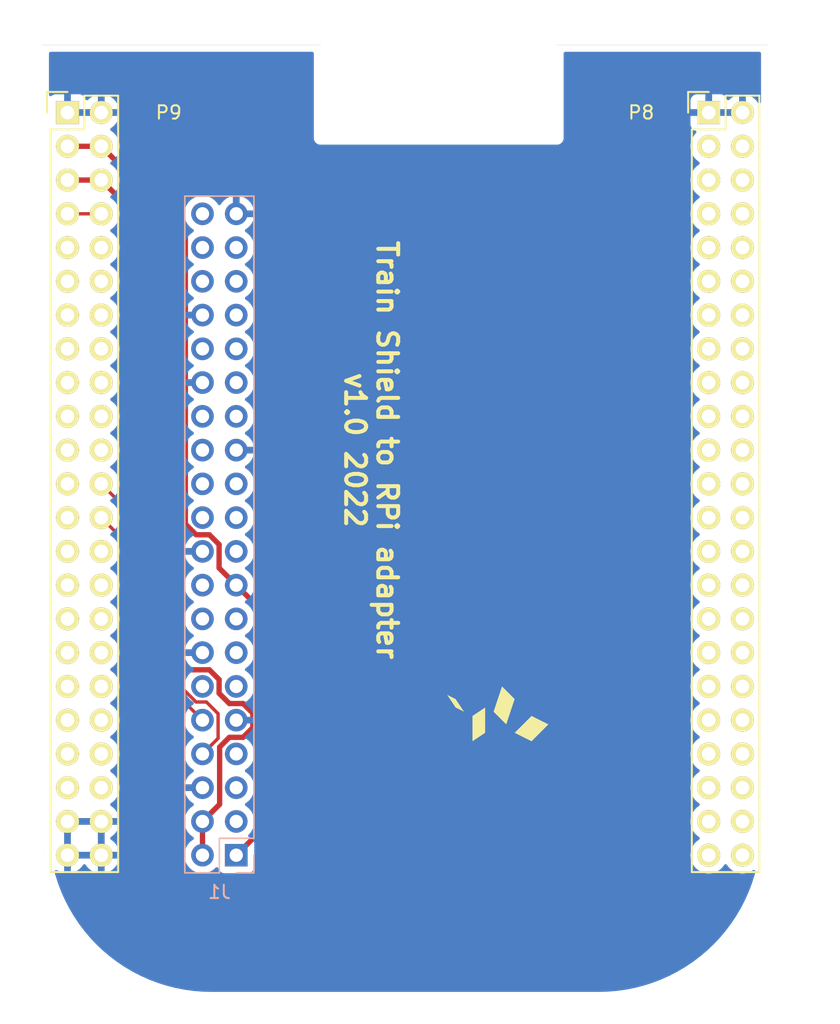
<source format=kicad_pcb>
(kicad_pcb (version 20211014) (generator pcbnew)
  (layers (0 "F.Cu" signal) (31 "B.Cu" signal) (34 "B.Paste" user) (35 "F.Paste" user) (36 "B.SilkS" user "B.Silkscreen") (37 "F.SilkS" user "F.Silkscreen") (38 "B.Mask" user) (39 "F.Mask" user) (44 "Edge.Cuts" user))
  (net 0 "")
  (net 73 "GNDD")
  (net 74 "+3V3")
  (net 75 "+5V")
  (net 76 "SYS_5V")
  (net 77 "PWR_BUT")
  (net 78 "SYS_RESETN")
  (net 79 "VDD_ADC")
  (net 80 "GNDA_ADC")
  (net 107 "/BB_UART1_TX")
  (net 108 "/BB_UART1_RX")
  (footprint "Socket_BeagleBone_Black:Socket_BeagleBone_Black" (layer "F.Cu") (at 164.6301 62.3824)
    (fp_text reference "P8" (at -5.08 0) (layer "F.SilkS"))
    (fp_text value "BeagleBone_Black_Header")
    (fp_line (start 0 -1.55) (end -1.55 -1.55) (layer "F.SilkS") (width 0.15))
    (fp_line (start 3.81 -1.27) (end 1.27 -1.27) (layer "F.SilkS") (width 0.15))
    (fp_line (start 1.27 1.27) (end -1.27 1.27) (layer "F.SilkS") (width 0.15))
    (fp_line (start -1.55 -1.55) (end -1.55 0) (layer "F.SilkS") (width 0.15))
    (fp_line (start 1.27 -1.27) (end 1.27 1.27) (layer "F.SilkS") (width 0.15))
    (fp_line (start 3.81 57.15) (end 3.81 -1.27) (layer "F.SilkS") (width 0.15))
    (fp_line (start 3.81 57.15) (end -1.27 57.15) (layer "F.SilkS") (width 0.15))
    (fp_line (start -1.27 57.15) (end -1.27 1.27) (layer "F.SilkS") (width 0.15))
    (pad "1" thru_hole rect locked (at 0 0) (size 1.7272 1.7272) (drill 1.016) (layers *.Cu *.Mask "F.SilkS") (net 73 "GNDD"))
    (pad "2" thru_hole oval locked (at 2.54 0) (size 1.7272 1.7272) (drill 1.016) (layers *.Cu *.Mask "F.SilkS") (net 73 "GNDD"))
    (pad "3" thru_hole oval locked (at 0 2.54) (size 1.7272 1.7272) (drill 1.016) (layers *.Cu *.Mask "F.SilkS"))
    (pad "4" thru_hole oval locked (at 2.54 2.54) (size 1.7272 1.7272) (drill 1.016) (layers *.Cu *.Mask "F.SilkS"))
    (pad "5" thru_hole oval locked (at 0 5.08) (size 1.7272 1.7272) (drill 1.016) (layers *.Cu *.Mask "F.SilkS"))
    (pad "6" thru_hole oval locked (at 2.54 5.08) (size 1.7272 1.7272) (drill 1.016) (layers *.Cu *.Mask "F.SilkS"))
    (pad "7" thru_hole oval locked (at 0 7.62) (size 1.7272 1.7272) (drill 1.016) (layers *.Cu *.Mask "F.SilkS"))
    (pad "8" thru_hole oval locked (at 2.54 7.62) (size 1.7272 1.7272) (drill 1.016) (layers *.Cu *.Mask "F.SilkS"))
    (pad "9" thru_hole oval locked (at 0 10.16) (size 1.7272 1.7272) (drill 1.016) (layers *.Cu *.Mask "F.SilkS"))
    (pad "10" thru_hole oval locked (at 2.54 10.16) (size 1.7272 1.7272) (drill 1.016) (layers *.Cu *.Mask "F.SilkS"))
    (pad "11" thru_hole oval locked (at 0 12.7) (size 1.7272 1.7272) (drill 1.016) (layers *.Cu *.Mask "F.SilkS"))
    (pad "12" thru_hole oval locked (at 2.54 12.7) (size 1.7272 1.7272) (drill 1.016) (layers *.Cu *.Mask "F.SilkS"))
    (pad "13" thru_hole oval locked (at 0 15.24) (size 1.7272 1.7272) (drill 1.016) (layers *.Cu *.Mask "F.SilkS"))
    (pad "14" thru_hole oval locked (at 2.54 15.24) (size 1.7272 1.7272) (drill 1.016) (layers *.Cu *.Mask "F.SilkS"))
    (pad "15" thru_hole oval locked (at 0 17.78) (size 1.7272 1.7272) (drill 1.016) (layers *.Cu *.Mask "F.SilkS"))
    (pad "16" thru_hole oval locked (at 2.54 17.78) (size 1.7272 1.7272) (drill 1.016) (layers *.Cu *.Mask "F.SilkS"))
    (pad "17" thru_hole oval locked (at 0 20.32) (size 1.7272 1.7272) (drill 1.016) (layers *.Cu *.Mask "F.SilkS"))
    (pad "18" thru_hole oval locked (at 2.54 20.32) (size 1.7272 1.7272) (drill 1.016) (layers *.Cu *.Mask "F.SilkS"))
    (pad "19" thru_hole oval locked (at 0 22.86) (size 1.7272 1.7272) (drill 1.016) (layers *.Cu *.Mask "F.SilkS"))
    (pad "20" thru_hole oval locked (at 2.54 22.86) (size 1.7272 1.7272) (drill 1.016) (layers *.Cu *.Mask "F.SilkS"))
    (pad "21" thru_hole oval locked (at 0 25.4) (size 1.7272 1.7272) (drill 1.016) (layers *.Cu *.Mask "F.SilkS"))
    (pad "22" thru_hole oval locked (at 2.54 25.4) (size 1.7272 1.7272) (drill 1.016) (layers *.Cu *.Mask "F.SilkS"))
    (pad "23" thru_hole oval locked (at 0 27.94) (size 1.7272 1.7272) (drill 1.016) (layers *.Cu *.Mask "F.SilkS"))
    (pad "24" thru_hole oval locked (at 2.54 27.94) (size 1.7272 1.7272) (drill 1.016) (layers *.Cu *.Mask "F.SilkS"))
    (pad "25" thru_hole oval locked (at 0 30.48) (size 1.7272 1.7272) (drill 1.016) (layers *.Cu *.Mask "F.SilkS"))
    (pad "26" thru_hole oval locked (at 2.54 30.48) (size 1.7272 1.7272) (drill 1.016) (layers *.Cu *.Mask "F.SilkS"))
    (pad "27" thru_hole oval locked (at 0 33.02) (size 1.7272 1.7272) (drill 1.016) (layers *.Cu *.Mask "F.SilkS"))
    (pad "28" thru_hole oval locked (at 2.54 33.02) (size 1.7272 1.7272) (drill 1.016) (layers *.Cu *.Mask "F.SilkS"))
    (pad "29" thru_hole oval locked (at 0 35.56) (size 1.7272 1.7272) (drill 1.016) (layers *.Cu *.Mask "F.SilkS"))
    (pad "30" thru_hole oval locked (at 2.54 35.56) (size 1.7272 1.7272) (drill 1.016) (layers *.Cu *.Mask "F.SilkS"))
    (pad "31" thru_hole oval locked (at 0 38.1) (size 1.7272 1.7272) (drill 1.016) (layers *.Cu *.Mask "F.SilkS"))
    (pad "32" thru_hole oval locked (at 2.54 38.1) (size 1.7272 1.7272) (drill 1.016) (layers *.Cu *.Mask "F.SilkS"))
    (pad "33" thru_hole oval locked (at 0 40.64) (size 1.7272 1.7272) (drill 1.016) (layers *.Cu *.Mask "F.SilkS"))
    (pad "34" thru_hole oval locked (at 2.54 40.64) (size 1.7272 1.7272) (drill 1.016) (layers *.Cu *.Mask "F.SilkS"))
    (pad "35" thru_hole oval locked (at 0 43.18) (size 1.7272 1.7272) (drill 1.016) (layers *.Cu *.Mask "F.SilkS"))
    (pad "36" thru_hole oval locked (at 2.54 43.18) (size 1.7272 1.7272) (drill 1.016) (layers *.Cu *.Mask "F.SilkS"))
    (pad "37" thru_hole oval locked (at 0 45.72) (size 1.7272 1.7272) (drill 1.016) (layers *.Cu *.Mask "F.SilkS"))
    (pad "38" thru_hole oval locked (at 2.54 45.72) (size 1.7272 1.7272) (drill 1.016) (layers *.Cu *.Mask "F.SilkS"))
    (pad "39" thru_hole oval locked (at 0 48.26) (size 1.7272 1.7272) (drill 1.016) (layers *.Cu *.Mask "F.SilkS"))
    (pad "40" thru_hole oval locked (at 2.54 48.26) (size 1.7272 1.7272) (drill 1.016) (layers *.Cu *.Mask "F.SilkS"))
    (pad "41" thru_hole oval locked (at 0 50.8) (size 1.7272 1.7272) (drill 1.016) (layers *.Cu *.Mask "F.SilkS"))
    (pad "42" thru_hole oval locked (at 2.54 50.8) (size 1.7272 1.7272) (drill 1.016) (layers *.Cu *.Mask "F.SilkS"))
    (pad "43" thru_hole oval locked (at 0 53.34) (size 1.7272 1.7272) (drill 1.016) (layers *.Cu *.Mask "F.SilkS"))
    (pad "44" thru_hole oval locked (at 2.54 53.34) (size 1.7272 1.7272) (drill 1.016) (layers *.Cu *.Mask "F.SilkS"))
    (pad "45" thru_hole oval locked (at 0 55.88) (size 1.7272 1.7272) (drill 1.016) (layers *.Cu *.Mask "F.SilkS"))
    (pad "46" thru_hole oval locked (at 2.54 55.88) (size 1.7272 1.7272) (drill 1.016) (layers *.Cu *.Mask "F.SilkS"))
  )
  (footprint "Socket_BeagleBone_Black:Socket_BeagleBone_Black" (layer "F.Cu") (at 116.3701 62.3824)
    (fp_text reference "P9" (at 7.62 0) (layer "F.SilkS"))
    (fp_text value "BeagleBone_Black_Header")
    (fp_line (start 3.81 57.15) (end -1.27 57.15) (layer "F.SilkS") (width 0.15))
    (fp_line (start -1.55 -1.55) (end -1.55 0) (layer "F.SilkS") (width 0.15))
    (fp_line (start 3.81 -1.27) (end 1.27 -1.27) (layer "F.SilkS") (width 0.15))
    (fp_line (start -1.27 57.15) (end -1.27 1.27) (layer "F.SilkS") (width 0.15))
    (fp_line (start 3.81 57.15) (end 3.81 -1.27) (layer "F.SilkS") (width 0.15))
    (fp_line (start 1.27 -1.27) (end 1.27 1.27) (layer "F.SilkS") (width 0.15))
    (fp_line (start 1.27 1.27) (end -1.27 1.27) (layer "F.SilkS") (width 0.15))
    (fp_line (start 0 -1.55) (end -1.55 -1.55) (layer "F.SilkS") (width 0.15))
    (pad "1" thru_hole rect locked (at 0 0) (size 1.7272 1.7272) (drill 1.016) (layers *.Cu *.Mask "F.SilkS") (net 73 "GNDD"))
    (pad "2" thru_hole oval locked (at 2.54 0) (size 1.7272 1.7272) (drill 1.016) (layers *.Cu *.Mask "F.SilkS") (net 73 "GNDD"))
    (pad "3" thru_hole oval locked (at 0 2.54) (size 1.7272 1.7272) (drill 1.016) (layers *.Cu *.Mask "F.SilkS") (net 74 "+3V3"))
    (pad "4" thru_hole oval locked (at 2.54 2.54) (size 1.7272 1.7272) (drill 1.016) (layers *.Cu *.Mask "F.SilkS") (net 74 "+3V3"))
    (pad "5" thru_hole oval locked (at 0 5.08) (size 1.7272 1.7272) (drill 1.016) (layers *.Cu *.Mask "F.SilkS") (net 75 "+5V"))
    (pad "6" thru_hole oval locked (at 2.54 5.08) (size 1.7272 1.7272) (drill 1.016) (layers *.Cu *.Mask "F.SilkS") (net 75 "+5V"))
    (pad "7" thru_hole oval locked (at 0 7.62) (size 1.7272 1.7272) (drill 1.016) (layers *.Cu *.Mask "F.SilkS") (net 76 "SYS_5V"))
    (pad "8" thru_hole oval locked (at 2.54 7.62) (size 1.7272 1.7272) (drill 1.016) (layers *.Cu *.Mask "F.SilkS") (net 76 "SYS_5V"))
    (pad "9" thru_hole oval locked (at 0 10.16) (size 1.7272 1.7272) (drill 1.016) (layers *.Cu *.Mask "F.SilkS") (net 77 "PWR_BUT"))
    (pad "10" thru_hole oval locked (at 2.54 10.16) (size 1.7272 1.7272) (drill 1.016) (layers *.Cu *.Mask "F.SilkS") (net 78 "SYS_RESETN"))
    (pad "11" thru_hole oval locked (at 0 12.7) (size 1.7272 1.7272) (drill 1.016) (layers *.Cu *.Mask "F.SilkS"))
    (pad "12" thru_hole oval locked (at 2.54 12.7) (size 1.7272 1.7272) (drill 1.016) (layers *.Cu *.Mask "F.SilkS"))
    (pad "13" thru_hole oval locked (at 0 15.24) (size 1.7272 1.7272) (drill 1.016) (layers *.Cu *.Mask "F.SilkS"))
    (pad "14" thru_hole oval locked (at 2.54 15.24) (size 1.7272 1.7272) (drill 1.016) (layers *.Cu *.Mask "F.SilkS"))
    (pad "15" thru_hole oval locked (at 0 17.78) (size 1.7272 1.7272) (drill 1.016) (layers *.Cu *.Mask "F.SilkS"))
    (pad "16" thru_hole oval locked (at 2.54 17.78) (size 1.7272 1.7272) (drill 1.016) (layers *.Cu *.Mask "F.SilkS"))
    (pad "17" thru_hole oval locked (at 0 20.32) (size 1.7272 1.7272) (drill 1.016) (layers *.Cu *.Mask "F.SilkS"))
    (pad "18" thru_hole oval locked (at 2.54 20.32) (size 1.7272 1.7272) (drill 1.016) (layers *.Cu *.Mask "F.SilkS"))
    (pad "19" thru_hole oval locked (at 0 22.86) (size 1.7272 1.7272) (drill 1.016) (layers *.Cu *.Mask "F.SilkS"))
    (pad "20" thru_hole oval locked (at 2.54 22.86) (size 1.7272 1.7272) (drill 1.016) (layers *.Cu *.Mask "F.SilkS"))
    (pad "21" thru_hole oval locked (at 0 25.4) (size 1.7272 1.7272) (drill 1.016) (layers *.Cu *.Mask "F.SilkS"))
    (pad "22" thru_hole oval locked (at 2.54 25.4) (size 1.7272 1.7272) (drill 1.016) (layers *.Cu *.Mask "F.SilkS"))
    (pad "23" thru_hole oval locked (at 0 27.94) (size 1.7272 1.7272) (drill 1.016) (layers *.Cu *.Mask "F.SilkS"))
    (pad "24" thru_hole oval locked (at 2.54 27.94) (size 1.7272 1.7272) (drill 1.016) (layers *.Cu *.Mask "F.SilkS") (net 107 "/BB_UART1_TX"))
    (pad "25" thru_hole oval locked (at 0 30.48) (size 1.7272 1.7272) (drill 1.016) (layers *.Cu *.Mask "F.SilkS"))
    (pad "26" thru_hole oval locked (at 2.54 30.48) (size 1.7272 1.7272) (drill 1.016) (layers *.Cu *.Mask "F.SilkS") (net 108 "/BB_UART1_RX"))
    (pad "27" thru_hole oval locked (at 0 33.02) (size 1.7272 1.7272) (drill 1.016) (layers *.Cu *.Mask "F.SilkS"))
    (pad "28" thru_hole oval locked (at 2.54 33.02) (size 1.7272 1.7272) (drill 1.016) (layers *.Cu *.Mask "F.SilkS"))
    (pad "29" thru_hole oval locked (at 0 35.56) (size 1.7272 1.7272) (drill 1.016) (layers *.Cu *.Mask "F.SilkS"))
    (pad "30" thru_hole oval locked (at 2.54 35.56) (size 1.7272 1.7272) (drill 1.016) (layers *.Cu *.Mask "F.SilkS"))
    (pad "31" thru_hole oval locked (at 0 38.1) (size 1.7272 1.7272) (drill 1.016) (layers *.Cu *.Mask "F.SilkS"))
    (pad "32" thru_hole oval locked (at 2.54 38.1) (size 1.7272 1.7272) (drill 1.016) (layers *.Cu *.Mask "F.SilkS") (net 79 "VDD_ADC"))
    (pad "33" thru_hole oval locked (at 0 40.64) (size 1.7272 1.7272) (drill 1.016) (layers *.Cu *.Mask "F.SilkS"))
    (pad "34" thru_hole oval locked (at 2.54 40.64) (size 1.7272 1.7272) (drill 1.016) (layers *.Cu *.Mask "F.SilkS") (net 80 "GNDA_ADC"))
    (pad "35" thru_hole oval locked (at 0 43.18) (size 1.7272 1.7272) (drill 1.016) (layers *.Cu *.Mask "F.SilkS"))
    (pad "36" thru_hole oval locked (at 2.54 43.18) (size 1.7272 1.7272) (drill 1.016) (layers *.Cu *.Mask "F.SilkS"))
    (pad "37" thru_hole oval locked (at 0 45.72) (size 1.7272 1.7272) (drill 1.016) (layers *.Cu *.Mask "F.SilkS"))
    (pad "38" thru_hole oval locked (at 2.54 45.72) (size 1.7272 1.7272) (drill 1.016) (layers *.Cu *.Mask "F.SilkS"))
    (pad "39" thru_hole oval locked (at 0 48.26) (size 1.7272 1.7272) (drill 1.016) (layers *.Cu *.Mask "F.SilkS"))
    (pad "40" thru_hole oval locked (at 2.54 48.26) (size 1.7272 1.7272) (drill 1.016) (layers *.Cu *.Mask "F.SilkS"))
    (pad "41" thru_hole oval locked (at 0 50.8) (size 1.7272 1.7272) (drill 1.016) (layers *.Cu *.Mask "F.SilkS"))
    (pad "42" thru_hole oval locked (at 2.54 50.8) (size 1.7272 1.7272) (drill 1.016) (layers *.Cu *.Mask "F.SilkS"))
    (pad "43" thru_hole oval locked (at 0 53.34) (size 1.7272 1.7272) (drill 1.016) (layers *.Cu *.Mask "F.SilkS") (net 73 "GNDD"))
    (pad "44" thru_hole oval locked (at 2.54 53.34) (size 1.7272 1.7272) (drill 1.016) (layers *.Cu *.Mask "F.SilkS") (net 73 "GNDD"))
    (pad "45" thru_hole oval locked (at 0 55.88) (size 1.7272 1.7272) (drill 1.016) (layers *.Cu *.Mask "F.SilkS") (net 73 "GNDD"))
    (pad "46" thru_hole oval locked (at 2.54 55.88) (size 1.7272 1.7272) (drill 1.016) (layers *.Cu *.Mask "F.SilkS") (net 73 "GNDD"))
  )
  (footprint "controller v31:LOGO-AERODYNES-S" (layer "F.Cu") (at 149.3901 108.1024 -90)
    (fp_text reference "M1" hide)
    (fp_text value "LOGO-AERODYNESSMALL" hide)
    (fp_poly (pts (xy 0.9525 -0.635) (xy -0.3175 -1.905) (xy 0.3175 -3.175) (xy 1.5875 -1.905)) (layer "F.SilkS") (width 0) (fill solid))
    (fp_poly (pts (xy 0.3175 0) (xy -1.5875 -0.635) (xy -2.54 0.3175) (xy -0.635 0.9525)) (layer "F.SilkS") (width 0) (fill solid))
    (fp_poly (pts (xy -0.635 3.175) (xy -1.5875 3.81) (xy -1.905 4.445) (xy -0.9525 3.81)) (layer "F.SilkS") (width 0) (fill solid))
    (fp_poly (pts (xy -0.9525 1.5875) (xy 0.9525 1.5875) (xy 1.5875 2.54) (xy -0.3175 2.54)) (layer "F.SilkS") (width 0) (fill solid))
  )
  (footprint "Connector_PinSocket_2.54mm:PinSocket_2x20_P2.54mm_Vertical" (layer "B.Cu") (at 129.0701 118.2624)
    (fp_text reference "J1" (at -1.27 2.77) (layer "B.SilkS") (effects (justify mirror)))
    (fp_text value "Raspberry_Pi_2_3")
    (fp_line (start 0 1.33) (end 1.33 1.33) (layer "B.SilkS") (width 0.12))
    (fp_line (start 1.33 -1.27) (end 1.33 -49.59) (layer "B.SilkS") (width 0.12))
    (fp_line (start -1.27 1.33) (end -1.27 -1.27) (layer "B.SilkS") (width 0.12))
    (fp_line (start -3.87 1.33) (end -1.27 1.33) (layer "B.SilkS") (width 0.12))
    (fp_line (start -3.87 -49.59) (end 1.33 -49.59) (layer "B.SilkS") (width 0.12))
    (fp_line (start -1.27 -1.27) (end 1.33 -1.27) (layer "B.SilkS") (width 0.12))
    (fp_line (start 1.33 1.33) (end 1.33 0) (layer "B.SilkS") (width 0.12))
    (fp_line (start -3.87 1.33) (end -3.87 -49.59) (layer "B.SilkS") (width 0.12))
    (pad "1" thru_hole rect (at 0 0) (size 1.7 1.7) (drill 1) (layers *.Cu *.Mask) (net 74 "+3V3"))
    (pad "2" thru_hole oval (at -2.54 0) (size 1.7 1.7) (drill 1) (layers *.Cu *.Mask) (net 75 "+5V"))
    (pad "3" thru_hole oval (at 0 -2.54) (size 1.7 1.7) (drill 1) (layers *.Cu *.Mask))
    (pad "4" thru_hole oval (at -2.54 -2.54) (size 1.7 1.7) (drill 1) (layers *.Cu *.Mask) (net 75 "+5V"))
    (pad "5" thru_hole oval (at 0 -5.08) (size 1.7 1.7) (drill 1) (layers *.Cu *.Mask))
    (pad "6" thru_hole oval (at -2.54 -5.08) (size 1.7 1.7) (drill 1) (layers *.Cu *.Mask) (net 73 "GNDD"))
    (pad "7" thru_hole oval (at 0 -7.62) (size 1.7 1.7) (drill 1) (layers *.Cu *.Mask))
    (pad "8" thru_hole oval (at -2.54 -7.62) (size 1.7 1.7) (drill 1) (layers *.Cu *.Mask) (net 107 "/BB_UART1_TX"))
    (pad "9" thru_hole oval (at 0 -10.16) (size 1.7 1.7) (drill 1) (layers *.Cu *.Mask) (net 73 "GNDD"))
    (pad "10" thru_hole oval (at -2.54 -10.16) (size 1.7 1.7) (drill 1) (layers *.Cu *.Mask) (net 108 "/BB_UART1_RX"))
    (pad "11" thru_hole oval (at 0 -12.7) (size 1.7 1.7) (drill 1) (layers *.Cu *.Mask))
    (pad "12" thru_hole oval (at -2.54 -12.7) (size 1.7 1.7) (drill 1) (layers *.Cu *.Mask))
    (pad "13" thru_hole oval (at 0 -15.24) (size 1.7 1.7) (drill 1) (layers *.Cu *.Mask))
    (pad "14" thru_hole oval (at -2.54 -15.24) (size 1.7 1.7) (drill 1) (layers *.Cu *.Mask) (net 73 "GNDD"))
    (pad "15" thru_hole oval (at 0 -17.78) (size 1.7 1.7) (drill 1) (layers *.Cu *.Mask))
    (pad "16" thru_hole oval (at -2.54 -17.78) (size 1.7 1.7) (drill 1) (layers *.Cu *.Mask))
    (pad "17" thru_hole oval (at 0 -20.32) (size 1.7 1.7) (drill 1) (layers *.Cu *.Mask) (net 74 "+3V3"))
    (pad "18" thru_hole oval (at -2.54 -20.32) (size 1.7 1.7) (drill 1) (layers *.Cu *.Mask))
    (pad "19" thru_hole oval (at 0 -22.86) (size 1.7 1.7) (drill 1) (layers *.Cu *.Mask))
    (pad "20" thru_hole oval (at -2.54 -22.86) (size 1.7 1.7) (drill 1) (layers *.Cu *.Mask) (net 73 "GNDD"))
    (pad "21" thru_hole oval (at 0 -25.4) (size 1.7 1.7) (drill 1) (layers *.Cu *.Mask))
    (pad "22" thru_hole oval (at -2.54 -25.4) (size 1.7 1.7) (drill 1) (layers *.Cu *.Mask))
    (pad "23" thru_hole oval (at 0 -27.94) (size 1.7 1.7) (drill 1) (layers *.Cu *.Mask))
    (pad "24" thru_hole oval (at -2.54 -27.94) (size 1.7 1.7) (drill 1) (layers *.Cu *.Mask))
    (pad "25" thru_hole oval (at 0 -30.48) (size 1.7 1.7) (drill 1) (layers *.Cu *.Mask) (net 73 "GNDD"))
    (pad "26" thru_hole oval (at -2.54 -30.48) (size 1.7 1.7) (drill 1) (layers *.Cu *.Mask))
    (pad "27" thru_hole oval (at 0 -33.02) (size 1.7 1.7) (drill 1) (layers *.Cu *.Mask))
    (pad "28" thru_hole oval (at -2.54 -33.02) (size 1.7 1.7) (drill 1) (layers *.Cu *.Mask))
    (pad "29" thru_hole oval (at 0 -35.56) (size 1.7 1.7) (drill 1) (layers *.Cu *.Mask))
    (pad "30" thru_hole oval (at -2.54 -35.56) (size 1.7 1.7) (drill 1) (layers *.Cu *.Mask) (net 73 "GNDD"))
    (pad "31" thru_hole oval (at 0 -38.1) (size 1.7 1.7) (drill 1) (layers *.Cu *.Mask))
    (pad "32" thru_hole oval (at -2.54 -38.1) (size 1.7 1.7) (drill 1) (layers *.Cu *.Mask))
    (pad "33" thru_hole oval (at 0 -40.64) (size 1.7 1.7) (drill 1) (layers *.Cu *.Mask))
    (pad "34" thru_hole oval (at -2.54 -40.64) (size 1.7 1.7) (drill 1) (layers *.Cu *.Mask) (net 73 "GNDD"))
    (pad "35" thru_hole oval (at 0 -43.18) (size 1.7 1.7) (drill 1) (layers *.Cu *.Mask))
    (pad "36" thru_hole oval (at -2.54 -43.18) (size 1.7 1.7) (drill 1) (layers *.Cu *.Mask))
    (pad "37" thru_hole oval (at 0 -45.72) (size 1.7 1.7) (drill 1) (layers *.Cu *.Mask))
    (pad "38" thru_hole oval (at -2.54 -45.72) (size 1.7 1.7) (drill 1) (layers *.Cu *.Mask))
    (pad "39" thru_hole oval (at 0 -48.26) (size 1.7 1.7) (drill 1) (layers *.Cu *.Mask) (net 73 "GNDD"))
    (pad "40" thru_hole oval (at -2.54 -48.26) (size 1.7 1.7) (drill 1) (layers *.Cu *.Mask))
  )
  (gr_line (start 153.2001 64.2874) (end 135.4201 64.2874) (layer "Edge.Cuts") (width 0.00254))
  (gr_line (start 169.0751 116.3574) (end 169.0751 57.3024) (layer "Edge.Cuts") (width 0.00254))
  (gr_arc (start 127.1651 129.0574) (mid 118.184844 125.337656) (end 114.4651 116.3574) (layer "Edge.Cuts") (width 0.00254))
  (gr_line (start 153.2001 57.3024) (end 169.0751 57.3024) (layer "Edge.Cuts") (width 0.0254))
  (gr_line (start 153.2001 57.3024) (end 153.2001 64.2874) (layer "Edge.Cuts") (width 0.00254))
  (gr_arc (start 169.0751 116.3574) (mid 165.355356 125.337656) (end 156.3751 129.0574) (layer "Edge.Cuts") (width 0.00254))
  (gr_line (start 127.1651 129.0574) (end 156.3751 129.0574) (layer "Edge.Cuts") (width 0.00254))
  (gr_line (start 135.4201 57.3024) (end 114.4651 57.3024) (layer "Edge.Cuts") (width 0.0254))
  (gr_line (start 135.4201 64.2874) (end 135.4201 57.3024) (layer "Edge.Cuts") (width 0.00254))
  (gr_line (start 114.4651 57.3024) (end 114.4651 116.3574) (layer "Edge.Cuts") (width 0.00254))
  (gr_text "Train Shield to RPi adapter\nv1.0 2022" (at 139.2301 87.7824 -90) (layer "F.SilkS") (effects (font (size 1.5 1.5) (thickness 0.3))))
  (segment (start 130.919131 99.791431) (end 130.919131 116.413369) (width 0.4) (layer "F.Cu") (net 74))
  (segment (start 127.779611 94.884835) (end 127.779611 96.651911) (width 0.4) (layer "F.Cu") (net 74))
  (segment (start 130.919131 116.413369) (end 129.0701 118.2624) (width 0.4) (layer "F.Cu") (net 74))
  (segment (start 125.239611 93.338987) (end 126.053513 94.152889) (width 0.4) (layer "F.Cu") (net 74))
  (segment (start 118.9101 64.9224) (end 125.239611 71.251911) (width 0.4) (layer "F.Cu") (net 74))
  (segment (start 127.779611 96.651911) (end 129.0701 97.9424) (width 0.4) (layer "F.Cu") (net 74))
  (segment (start 116.3701 64.9224) (end 118.9101 64.9224) (width 0.4) (layer "F.Cu") (net 74))
  (segment (start 129.0701 97.9424) (end 130.919131 99.791431) (width 0.4) (layer "F.Cu") (net 74))
  (segment (start 126.053513 94.152889) (end 127.047665 94.152889) (width 0.4) (layer "F.Cu") (net 74))
  (segment (start 125.239611 71.251911) (end 125.239611 93.338987) (width 0.4) (layer "F.Cu") (net 74))
  (segment (start 127.047665 94.152889) (end 127.779611 94.884835) (width 0.4) (layer "F.Cu") (net 74))
  (segment (start 130.319611 108.660943) (end 129.587665 109.392889) (width 0.4) (layer "F.Cu") (net 75))
  (segment (start 116.3701 67.4624) (end 118.9101 67.4624) (width 0.4) (layer "F.Cu") (net 75))
  (segment (start 127.047665 104.312889) (end 127.779611 105.044835) (width 0.4) (layer "F.Cu") (net 75))
  (segment (start 118.9101 67.4624) (end 122.42414 70.97644) (width 0.4) (layer "F.Cu") (net 75))
  (segment (start 127.820589 114.431911) (end 126.5301 115.7224) (width 0.4) (layer "F.Cu") (net 75))
  (segment (start 125.280589 104.312889) (end 127.047665 104.312889) (width 0.4) (layer "F.Cu") (net 75))
  (segment (start 129.587665 106.852889) (end 130.319611 107.584835) (width 0.4) (layer "F.Cu") (net 75))
  (segment (start 127.779611 105.044835) (end 127.779611 106.079965) (width 0.4) (layer "F.Cu") (net 75))
  (segment (start 127.820589 110.124835) (end 127.820589 114.431911) (width 0.4) (layer "F.Cu") (net 75))
  (segment (start 128.552535 109.392889) (end 127.820589 110.124835) (width 0.4) (layer "F.Cu") (net 75))
  (segment (start 127.779611 106.079965) (end 128.552535 106.852889) (width 0.4) (layer "F.Cu") (net 75))
  (segment (start 122.42414 70.97644) (end 122.42414 101.45644) (width 0.4) (layer "F.Cu") (net 75))
  (segment (start 122.42414 101.45644) (end 125.280589 104.312889) (width 0.4) (layer "F.Cu") (net 75))
  (segment (start 128.552535 106.852889) (end 129.587665 106.852889) (width 0.4) (layer "F.Cu") (net 75))
  (segment (start 129.587665 109.392889) (end 128.552535 109.392889) (width 0.4) (layer "F.Cu") (net 75))
  (segment (start 126.5301 115.7224) (end 126.5301 118.2624) (width 0.4) (layer "F.Cu") (net 75))
  (segment (start 130.319611 107.584835) (end 130.319611 108.660943) (width 0.4) (layer "F.Cu") (net 75))
  (segment (start 116.3701 70.0024) (end 118.9101 70.0024) (width 0.25) (layer "F.Cu") (net 76))
  (segment (start 127.704611 109.467889) (end 126.5301 110.6424) (width 0.25) (layer "F.Cu") (net 107))
  (segment (start 121.89962 102.59293) (end 126.043601 106.736911) (width 0.25) (layer "F.Cu") (net 107))
  (segment (start 126.043601 106.736911) (end 126.825621 106.736911) (width 0.25) (layer "F.Cu") (net 107))
  (segment (start 126.825621 106.736911) (end 127.704611 107.615901) (width 0.25) (layer "F.Cu") (net 107))
  (segment (start 121.89962 93.31192) (end 121.89962 102.59293) (width 0.25) (layer "F.Cu") (net 107))
  (segment (start 118.9101 90.3224) (end 121.89962 93.31192) (width 0.25) (layer "F.Cu") (net 107))
  (segment (start 127.704611 107.615901) (end 127.704611 109.467889) (width 0.25) (layer "F.Cu") (net 107))
  (segment (start 121.4501 103.0224) (end 126.5301 108.1024) (width 0.25) (layer "F.Cu") (net 108))
  (segment (start 118.9101 92.8624) (end 121.4501 95.4024) (width 0.25) (layer "F.Cu") (net 108))
  (segment (start 121.4501 95.4024) (end 121.4501 103.0224) (width 0.25) (layer "F.Cu") (net 108))
  (zone (net 73) (net_name "GNDD") (layer "B.Cu") (connect_pads (clearance 0.508)) (min_thickness 0.254) (fill yes (thermal_gap 0.508) (thermal_bridge_width 0.508))
    (polygon (pts (xy 172.2501 130.9624) (xy 111.2901 130.9624) (xy 111.2901 57.3024) (xy 172.2501 57.3024)))
  )
)
</source>
